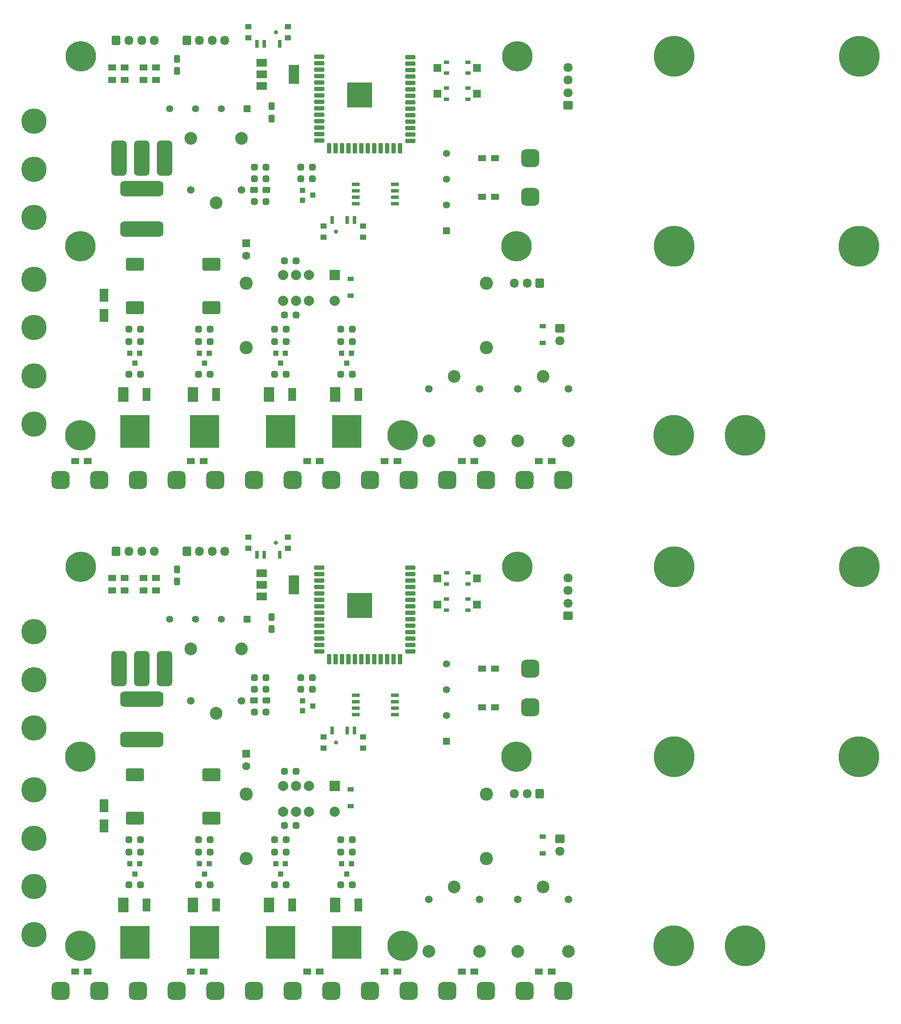
<source format=gbr>
%TF.GenerationSoftware,KiCad,Pcbnew,8.0.4*%
%TF.CreationDate,2024-11-04T15:16:17+09:00*%
%TF.ProjectId,L-CON V3.0,4c2d434f-4e20-4563-932e-302e6b696361,rev?*%
%TF.SameCoordinates,Original*%
%TF.FileFunction,Soldermask,Top*%
%TF.FilePolarity,Negative*%
%FSLAX46Y46*%
G04 Gerber Fmt 4.6, Leading zero omitted, Abs format (unit mm)*
G04 Created by KiCad (PCBNEW 8.0.4) date 2024-11-04 15:16:17*
%MOMM*%
%LPD*%
G01*
G04 APERTURE LIST*
G04 Aperture macros list*
%AMRoundRect*
0 Rectangle with rounded corners*
0 $1 Rounding radius*
0 $2 $3 $4 $5 $6 $7 $8 $9 X,Y pos of 4 corners*
0 Add a 4 corners polygon primitive as box body*
4,1,4,$2,$3,$4,$5,$6,$7,$8,$9,$2,$3,0*
0 Add four circle primitives for the rounded corners*
1,1,$1+$1,$2,$3*
1,1,$1+$1,$4,$5*
1,1,$1+$1,$6,$7*
1,1,$1+$1,$8,$9*
0 Add four rect primitives between the rounded corners*
20,1,$1+$1,$2,$3,$4,$5,0*
20,1,$1+$1,$4,$5,$6,$7,0*
20,1,$1+$1,$6,$7,$8,$9,0*
20,1,$1+$1,$8,$9,$2,$3,0*%
G04 Aperture macros list end*
%ADD10R,1.500000X1.250000*%
%ADD11RoundRect,0.875000X-0.875000X-0.875000X0.875000X-0.875000X0.875000X0.875000X-0.875000X0.875000X0*%
%ADD12O,1.700000X1.850000*%
%ADD13RoundRect,0.249900X-0.600100X-0.675100X0.600100X-0.675100X0.600100X0.675100X-0.600100X0.675100X0*%
%ADD14C,8.000000*%
%ADD15C,6.000000*%
%ADD16RoundRect,0.325000X-0.325000X-0.325000X0.325000X-0.325000X0.325000X0.325000X-0.325000X0.325000X0*%
%ADD17R,1.000000X1.100000*%
%ADD18C,2.500000*%
%ADD19C,1.500000*%
%ADD20C,1.400000*%
%ADD21R,1.400000X1.400000*%
%ADD22RoundRect,0.325000X0.325000X0.325000X-0.325000X0.325000X-0.325000X-0.325000X0.325000X-0.325000X0*%
%ADD23C,5.000000*%
%ADD24RoundRect,0.750000X-0.750000X2.750000X-0.750000X-2.750000X0.750000X-2.750000X0.750000X2.750000X0*%
%ADD25RoundRect,0.750000X3.500000X0.750000X-3.500000X0.750000X-3.500000X-0.750000X3.500000X-0.750000X0*%
%ADD26RoundRect,0.300000X-1.450000X-0.950000X1.450000X-0.950000X1.450000X0.950000X-1.450000X0.950000X0*%
%ADD27RoundRect,0.190000X0.610000X0.190000X-0.610000X0.190000X-0.610000X-0.190000X0.610000X-0.190000X0*%
%ADD28R,1.800000X2.500000*%
%ADD29R,5.000000X5.000000*%
%ADD30RoundRect,0.225000X-0.775000X-0.225000X0.775000X-0.225000X0.775000X0.225000X-0.775000X0.225000X0*%
%ADD31RoundRect,0.225000X0.225000X-0.775000X0.225000X0.775000X-0.225000X0.775000X-0.225000X-0.775000X0*%
%ADD32RoundRect,0.312500X-0.312500X0.437500X-0.312500X-0.437500X0.312500X-0.437500X0.312500X0.437500X0*%
%ADD33R,2.000000X3.000000*%
%ADD34R,1.500000X2.500000*%
%ADD35R,5.800000X6.400000*%
%ADD36RoundRect,0.312500X0.312500X-0.437500X0.312500X0.437500X-0.312500X0.437500X-0.312500X-0.437500X0*%
%ADD37C,2.600000*%
%ADD38R,2.000000X3.800000*%
%ADD39R,2.000000X1.500000*%
%ADD40R,1.200000X1.000000*%
%ADD41R,0.800000X1.600000*%
%ADD42C,0.800000*%
%ADD43RoundRect,0.875000X0.875000X-0.875000X0.875000X0.875000X-0.875000X0.875000X-0.875000X-0.875000X0*%
%ADD44O,1.850000X1.700000*%
%ADD45RoundRect,0.249900X0.675100X-0.600100X0.675100X0.600100X-0.675100X0.600100X-0.675100X-0.600100X0*%
%ADD46R,1.100000X0.700000*%
%ADD47RoundRect,0.312500X-0.437500X-0.312500X0.437500X-0.312500X0.437500X0.312500X-0.437500X0.312500X0*%
%ADD48C,1.600000*%
%ADD49R,1.600000X1.600000*%
%ADD50R,1.200000X0.900000*%
%ADD51RoundRect,0.250000X0.600000X0.675000X-0.600000X0.675000X-0.600000X-0.675000X0.600000X-0.675000X0*%
%ADD52C,2.000000*%
%ADD53R,2.000000X2.000000*%
%ADD54R,1.500000X1.500000*%
%ADD55RoundRect,0.249900X-0.675100X0.600100X-0.675100X-0.600100X0.675100X-0.600100X0.675100X0.600100X0*%
%ADD56R,1.100000X1.000000*%
G04 APERTURE END LIST*
D10*
%TO.C,D22*%
X137925000Y-229350000D03*
X140425000Y-229350000D03*
%TD*%
D11*
%TO.C,J2*%
X157955000Y-233110000D03*
X150335000Y-233110000D03*
X142715000Y-233110000D03*
X135095000Y-233110000D03*
X127475000Y-233110000D03*
X119855000Y-233110000D03*
X112235000Y-233110000D03*
X104615000Y-233110000D03*
X96995000Y-233110000D03*
X89375000Y-233110000D03*
X81755000Y-233110000D03*
X74135000Y-233110000D03*
X66515000Y-233110000D03*
X58895000Y-233110000D03*
%TD*%
D12*
%TO.C,J4*%
X77325000Y-146500000D03*
X74825000Y-146500000D03*
X72325000Y-146500000D03*
D13*
X69825000Y-146500000D03*
%TD*%
D10*
%TO.C,D6*%
X77670000Y-151775000D03*
X75170000Y-151775000D03*
%TD*%
D14*
%TO.C,He1*%
X179710000Y-224250000D03*
%TD*%
D15*
%TO.C,H7*%
X126295000Y-224250000D03*
%TD*%
D16*
%TO.C,R24*%
X105255000Y-189910000D03*
X102955000Y-189910000D03*
%TD*%
D17*
%TO.C,Q8*%
X102202500Y-210080000D03*
X101252500Y-208080000D03*
X103152500Y-208080000D03*
%TD*%
D18*
%TO.C,K5*%
X94525000Y-165755000D03*
X89525000Y-178455000D03*
D19*
X84525000Y-175955000D03*
X94525000Y-175955000D03*
D18*
X84525000Y-165755000D03*
%TD*%
D20*
%TO.C,K4*%
X134907500Y-168717500D03*
X134907500Y-173797500D03*
X134907500Y-178877500D03*
D21*
X134907500Y-183957500D03*
%TD*%
D22*
%TO.C,R8*%
X72325000Y-203330000D03*
X74625000Y-203330000D03*
%TD*%
D16*
%TO.C,R14*%
X88352500Y-212250000D03*
X86052500Y-212250000D03*
%TD*%
D23*
%TO.C,J15*%
X53655000Y-181360000D03*
X53655000Y-171860000D03*
X53655000Y-162360000D03*
%TD*%
D24*
%TO.C,K6*%
X74875000Y-169675000D03*
D25*
X74875000Y-175645000D03*
D24*
X70375000Y-169675000D03*
X79375000Y-169675000D03*
D25*
X74875000Y-183645000D03*
%TD*%
D26*
%TO.C,MO3*%
X88615000Y-199145000D03*
X88615000Y-190555000D03*
X73485000Y-199145000D03*
X73515000Y-190575000D03*
%TD*%
D15*
%TO.C,H3*%
X62845000Y-149600000D03*
%TD*%
D27*
%TO.C,SW7*%
X117029000Y-178673000D03*
X117029000Y-177403000D03*
X117029000Y-176133000D03*
X117029000Y-174863000D03*
X124729000Y-174863000D03*
X124729000Y-176133000D03*
X124729000Y-177403000D03*
X124729000Y-178673000D03*
%TD*%
D28*
%TO.C,D5*%
X67415000Y-196670000D03*
X67415000Y-200670000D03*
%TD*%
D10*
%TO.C,D2*%
X61725000Y-229350000D03*
X64225000Y-229350000D03*
%TD*%
D29*
%TO.C,U2*%
X117795000Y-157235000D03*
D30*
X127785000Y-149730000D03*
X127785000Y-151000000D03*
X127785000Y-152270000D03*
X127785000Y-153540000D03*
X127785000Y-154810000D03*
X127785000Y-156080000D03*
X127785000Y-157350000D03*
X127785000Y-158620000D03*
X127785000Y-159890000D03*
X127785000Y-161160000D03*
X127785000Y-162430000D03*
X127785000Y-163700000D03*
X127785000Y-164970000D03*
X127785000Y-166240000D03*
D31*
X125775000Y-167750000D03*
X124505000Y-167750000D03*
X123240000Y-167750000D03*
X121965000Y-167750000D03*
X120695000Y-167750000D03*
X119425000Y-167750000D03*
X118155000Y-167750000D03*
X116895000Y-167750000D03*
X115625000Y-167750000D03*
X114355000Y-167750000D03*
X113080000Y-167750000D03*
X111805000Y-167750000D03*
D30*
X109795000Y-166230000D03*
X109795000Y-164960000D03*
X109795000Y-163690000D03*
X109795000Y-162420000D03*
X109795000Y-161150000D03*
X109795000Y-159880000D03*
X109795000Y-158610000D03*
X109795000Y-157340000D03*
X109795000Y-156070000D03*
X109795000Y-154800000D03*
X109795000Y-153530000D03*
X109795000Y-152260000D03*
X109795000Y-150990000D03*
X109795000Y-149720000D03*
%TD*%
D16*
%TO.C,R21*%
X116370000Y-212250000D03*
X114070000Y-212250000D03*
%TD*%
D10*
%TO.C,D10*%
X107425000Y-229350000D03*
X109925000Y-229350000D03*
%TD*%
D22*
%TO.C,R16*%
X101052500Y-203330000D03*
X103352500Y-203330000D03*
%TD*%
D32*
%TO.C,C3*%
X81825000Y-152500000D03*
X81825000Y-150100000D03*
%TD*%
D22*
%TO.C,R7*%
X72325000Y-205830000D03*
X74625000Y-205830000D03*
%TD*%
D17*
%TO.C,Q3*%
X73475000Y-210080000D03*
X72525000Y-208080000D03*
X74425000Y-208080000D03*
%TD*%
D10*
%TO.C,D1*%
X77670000Y-154275000D03*
X75170000Y-154275000D03*
%TD*%
D33*
%TO.C,Q1*%
X71200000Y-216243000D03*
D34*
X75766000Y-216243000D03*
D35*
X73480000Y-223550000D03*
%TD*%
D15*
%TO.C,H2*%
X62725000Y-186980000D03*
%TD*%
D14*
%TO.C,H8*%
X193710000Y-224250000D03*
%TD*%
D36*
%TO.C,C12*%
X100435000Y-159450000D03*
X100435000Y-161850000D03*
%TD*%
D17*
%TO.C,Q5*%
X87202500Y-210080000D03*
X86252500Y-208080000D03*
X88152500Y-208080000D03*
%TD*%
D33*
%TO.C,Q6*%
X84927500Y-216243000D03*
D34*
X89493500Y-216243000D03*
D35*
X87207500Y-223550000D03*
%TD*%
D10*
%TO.C,D20*%
X71500000Y-154275000D03*
X69000000Y-154275000D03*
%TD*%
D37*
%TO.C,MO2*%
X142805000Y-207040000D03*
X142805000Y-194340000D03*
X95405000Y-207040000D03*
X95405000Y-194340000D03*
%TD*%
D22*
%TO.C,R9*%
X86052500Y-203330000D03*
X88352500Y-203330000D03*
%TD*%
D38*
%TO.C,U1*%
X104825000Y-153150000D03*
D39*
X98525000Y-155450000D03*
X98525000Y-153150000D03*
X98525000Y-150850000D03*
%TD*%
D15*
%TO.C,H6*%
X148725000Y-186980000D03*
%TD*%
D22*
%TO.C,R33*%
X106155000Y-173690000D03*
X108455000Y-173690000D03*
%TD*%
D40*
%TO.C,SW1*%
X95885000Y-145970000D03*
X103685000Y-145970000D03*
X95885000Y-143770000D03*
X103685000Y-143770000D03*
D41*
X97585000Y-147170000D03*
X99035000Y-147170000D03*
X102035000Y-147170000D03*
D42*
X101285000Y-144870000D03*
%TD*%
D10*
%TO.C,D17*%
X153125000Y-229350000D03*
X155625000Y-229350000D03*
%TD*%
D43*
%TO.C,J3*%
X151425000Y-169630000D03*
X151425000Y-177250000D03*
%TD*%
D44*
%TO.C,J1*%
X158865000Y-151770000D03*
X158865000Y-154270000D03*
X158865000Y-156770000D03*
D45*
X158865000Y-159270000D03*
%TD*%
D16*
%TO.C,R5*%
X74625000Y-212250000D03*
X72325000Y-212250000D03*
%TD*%
D33*
%TO.C,Q12*%
X112945000Y-216243000D03*
D34*
X117511000Y-216243000D03*
D35*
X115225000Y-223550000D03*
%TD*%
D46*
%TO.C,SW5*%
X139125000Y-155890000D03*
X134925000Y-155890000D03*
X139125000Y-158090000D03*
X134925000Y-158090000D03*
%TD*%
D16*
%TO.C,R26*%
X105275000Y-200540000D03*
X102975000Y-200540000D03*
%TD*%
D22*
%TO.C,R27*%
X97055000Y-171440000D03*
X99355000Y-171440000D03*
%TD*%
D18*
%TO.C,K2*%
X131395000Y-225345000D03*
X136395000Y-212645000D03*
D19*
X141395000Y-215145000D03*
X131395000Y-215145000D03*
D18*
X141395000Y-225345000D03*
%TD*%
D10*
%TO.C,D23*%
X144455000Y-177250000D03*
X141955000Y-177250000D03*
%TD*%
D22*
%TO.C,R18*%
X101052500Y-205830000D03*
X103352500Y-205830000D03*
%TD*%
%TO.C,R13*%
X86052500Y-205830000D03*
X88352500Y-205830000D03*
%TD*%
D14*
%TO.C,H1*%
X216260000Y-149600000D03*
%TD*%
D10*
%TO.C,D11*%
X122725000Y-229350000D03*
X125225000Y-229350000D03*
%TD*%
D16*
%TO.C,R30*%
X99355000Y-173690000D03*
X97055000Y-173690000D03*
%TD*%
%TO.C,R20*%
X103352500Y-212250000D03*
X101052500Y-212250000D03*
%TD*%
D47*
%TO.C,C11*%
X99405000Y-175940000D03*
X97005000Y-175940000D03*
%TD*%
D22*
%TO.C,R19*%
X114070000Y-205830000D03*
X116370000Y-205830000D03*
%TD*%
D46*
%TO.C,SW2*%
X139125000Y-150740000D03*
X134925000Y-150740000D03*
X139125000Y-152940000D03*
X134925000Y-152940000D03*
%TD*%
D15*
%TO.C,H4*%
X62755000Y-224250000D03*
%TD*%
D48*
%TO.C,C4*%
X95405000Y-188907349D03*
D49*
X95405000Y-186407349D03*
%TD*%
D23*
%TO.C,J7*%
X53655000Y-222060000D03*
X53655000Y-212560000D03*
X53655000Y-203060000D03*
X53655000Y-193560000D03*
%TD*%
D14*
%TO.C,H12*%
X179800000Y-149600000D03*
%TD*%
D50*
%TO.C,D27*%
X115975000Y-196777500D03*
X115975000Y-193477500D03*
%TD*%
D14*
%TO.C,H9*%
X216140000Y-186980000D03*
%TD*%
D20*
%TO.C,K1*%
X80367500Y-159917500D03*
X85447500Y-159917500D03*
X90527500Y-159917500D03*
D21*
X95607500Y-159917500D03*
%TD*%
D17*
%TO.C,Q9*%
X115220000Y-210080000D03*
X114270000Y-208080000D03*
X116170000Y-208080000D03*
%TD*%
D10*
%TO.C,D8*%
X84525000Y-229350000D03*
X87025000Y-229350000D03*
%TD*%
%TO.C,D15*%
X144455000Y-169630000D03*
X141955000Y-169630000D03*
%TD*%
D16*
%TO.C,R32*%
X108455000Y-171440000D03*
X106155000Y-171440000D03*
%TD*%
D50*
%TO.C,D4*%
X153865000Y-202770000D03*
X153865000Y-206070000D03*
%TD*%
D15*
%TO.C,H5*%
X148845000Y-149600000D03*
%TD*%
D12*
%TO.C,J11*%
X91225000Y-146500000D03*
X88725000Y-146500000D03*
X86225000Y-146500000D03*
D13*
X83725000Y-146500000D03*
%TD*%
D33*
%TO.C,Q10*%
X99927500Y-216243000D03*
D34*
X104493500Y-216243000D03*
D35*
X102207500Y-223550000D03*
%TD*%
D22*
%TO.C,R17*%
X114070000Y-203330000D03*
X116370000Y-203330000D03*
%TD*%
D12*
%TO.C,J5*%
X148295000Y-194310000D03*
X150795000Y-194310000D03*
D51*
X153295000Y-194310000D03*
%TD*%
D52*
%TO.C,K7*%
X112895000Y-197800000D03*
X107815000Y-197800000D03*
X105275000Y-197800000D03*
X102735000Y-197800000D03*
X102735000Y-192720000D03*
X105275000Y-192720000D03*
X107815000Y-192720000D03*
D53*
X112895000Y-192720000D03*
%TD*%
D22*
%TO.C,R31*%
X97055000Y-178190000D03*
X99355000Y-178190000D03*
%TD*%
D54*
%TO.C,SW4*%
X140925000Y-156990000D03*
X133125000Y-156990000D03*
%TD*%
%TO.C,SW3*%
X140925000Y-151840000D03*
X133125000Y-151840000D03*
%TD*%
D10*
%TO.C,D21*%
X71500000Y-151775000D03*
X69000000Y-151775000D03*
%TD*%
D18*
%TO.C,K3*%
X148975000Y-225345000D03*
X153975000Y-212645000D03*
D19*
X158975000Y-215145000D03*
X148975000Y-215145000D03*
D18*
X158975000Y-225345000D03*
%TD*%
D44*
%TO.C,J9*%
X157215000Y-205670000D03*
D55*
X157215000Y-203170000D03*
%TD*%
D14*
%TO.C,H10*%
X179800000Y-186980000D03*
%TD*%
D40*
%TO.C,SW6*%
X118500000Y-183075000D03*
X110700000Y-183075000D03*
X118500000Y-185275000D03*
X110700000Y-185275000D03*
D41*
X116800000Y-181875000D03*
X115350000Y-181875000D03*
X112350000Y-181875000D03*
D42*
X113100000Y-184175000D03*
%TD*%
D56*
%TO.C,Q16*%
X108525000Y-176975000D03*
X106525000Y-177925000D03*
X106525000Y-176025000D03*
%TD*%
D10*
%TO.C,D22*%
X137925000Y-128750000D03*
X140425000Y-128750000D03*
%TD*%
D12*
%TO.C,J4*%
X77325000Y-45900000D03*
X74825000Y-45900000D03*
X72325000Y-45900000D03*
D13*
X69825000Y-45900000D03*
%TD*%
D11*
%TO.C,J2*%
X157955000Y-132510000D03*
X150335000Y-132510000D03*
X142715000Y-132510000D03*
X135095000Y-132510000D03*
X127475000Y-132510000D03*
X119855000Y-132510000D03*
X112235000Y-132510000D03*
X104615000Y-132510000D03*
X96995000Y-132510000D03*
X89375000Y-132510000D03*
X81755000Y-132510000D03*
X74135000Y-132510000D03*
X66515000Y-132510000D03*
X58895000Y-132510000D03*
%TD*%
D14*
%TO.C,H10*%
X179800000Y-86380000D03*
%TD*%
D40*
%TO.C,SW6*%
X118500000Y-82475000D03*
X110700000Y-82475000D03*
X118500000Y-84675000D03*
X110700000Y-84675000D03*
D41*
X116800000Y-81275000D03*
X115350000Y-81275000D03*
X112350000Y-81275000D03*
D42*
X113100000Y-83575000D03*
%TD*%
D56*
%TO.C,Q16*%
X108525000Y-76375000D03*
X106525000Y-77325000D03*
X106525000Y-75425000D03*
%TD*%
D22*
%TO.C,R31*%
X97055000Y-77590000D03*
X99355000Y-77590000D03*
%TD*%
D10*
%TO.C,D21*%
X71500000Y-51175000D03*
X69000000Y-51175000D03*
%TD*%
D18*
%TO.C,K3*%
X148975000Y-124745000D03*
X153975000Y-112045000D03*
D19*
X158975000Y-114545000D03*
X148975000Y-114545000D03*
D18*
X158975000Y-124745000D03*
%TD*%
D54*
%TO.C,SW3*%
X140925000Y-51240000D03*
X133125000Y-51240000D03*
%TD*%
%TO.C,SW4*%
X140925000Y-56390000D03*
X133125000Y-56390000D03*
%TD*%
D15*
%TO.C,H4*%
X62755000Y-123650000D03*
%TD*%
D23*
%TO.C,J7*%
X53655000Y-121460000D03*
X53655000Y-111960000D03*
X53655000Y-102460000D03*
X53655000Y-92960000D03*
%TD*%
D48*
%TO.C,C4*%
X95405000Y-88307349D03*
D49*
X95405000Y-85807349D03*
%TD*%
D46*
%TO.C,SW2*%
X139125000Y-50140000D03*
X134925000Y-50140000D03*
X139125000Y-52340000D03*
X134925000Y-52340000D03*
%TD*%
D14*
%TO.C,H12*%
X179800000Y-49000000D03*
%TD*%
%TO.C,H1*%
X216260000Y-49000000D03*
%TD*%
D22*
%TO.C,R13*%
X86052500Y-105230000D03*
X88352500Y-105230000D03*
%TD*%
%TO.C,R18*%
X101052500Y-105230000D03*
X103352500Y-105230000D03*
%TD*%
D10*
%TO.C,D11*%
X122725000Y-128750000D03*
X125225000Y-128750000D03*
%TD*%
D16*
%TO.C,R30*%
X99355000Y-73090000D03*
X97055000Y-73090000D03*
%TD*%
D47*
%TO.C,C11*%
X99405000Y-75340000D03*
X97005000Y-75340000D03*
%TD*%
D16*
%TO.C,R20*%
X103352500Y-111650000D03*
X101052500Y-111650000D03*
%TD*%
D22*
%TO.C,R19*%
X114070000Y-105230000D03*
X116370000Y-105230000D03*
%TD*%
D52*
%TO.C,K7*%
X112895000Y-97200000D03*
X107815000Y-97200000D03*
X105275000Y-97200000D03*
X102735000Y-97200000D03*
X102735000Y-92120000D03*
X105275000Y-92120000D03*
X107815000Y-92120000D03*
D53*
X112895000Y-92120000D03*
%TD*%
D22*
%TO.C,R17*%
X114070000Y-102730000D03*
X116370000Y-102730000D03*
%TD*%
D12*
%TO.C,J5*%
X148295000Y-93710000D03*
X150795000Y-93710000D03*
D51*
X153295000Y-93710000D03*
%TD*%
D33*
%TO.C,Q6*%
X84927500Y-115643000D03*
D34*
X89493500Y-115643000D03*
D35*
X87207500Y-122950000D03*
%TD*%
D17*
%TO.C,Q5*%
X87202500Y-109480000D03*
X86252500Y-107480000D03*
X88152500Y-107480000D03*
%TD*%
D22*
%TO.C,R33*%
X106155000Y-73090000D03*
X108455000Y-73090000D03*
%TD*%
D15*
%TO.C,H6*%
X148725000Y-86380000D03*
%TD*%
D40*
%TO.C,SW1*%
X95885000Y-45370000D03*
X103685000Y-45370000D03*
X95885000Y-43170000D03*
X103685000Y-43170000D03*
D41*
X97585000Y-46570000D03*
X99035000Y-46570000D03*
X102035000Y-46570000D03*
D42*
X101285000Y-44270000D03*
%TD*%
D22*
%TO.C,R9*%
X86052500Y-102730000D03*
X88352500Y-102730000D03*
%TD*%
D38*
%TO.C,U1*%
X104825000Y-52550000D03*
D39*
X98525000Y-54850000D03*
X98525000Y-52550000D03*
X98525000Y-50250000D03*
%TD*%
D37*
%TO.C,MO2*%
X142805000Y-106440000D03*
X142805000Y-93740000D03*
X95405000Y-106440000D03*
X95405000Y-93740000D03*
%TD*%
D10*
%TO.C,D20*%
X71500000Y-53675000D03*
X69000000Y-53675000D03*
%TD*%
D22*
%TO.C,R27*%
X97055000Y-70840000D03*
X99355000Y-70840000D03*
%TD*%
D46*
%TO.C,SW5*%
X139125000Y-55290000D03*
X134925000Y-55290000D03*
X139125000Y-57490000D03*
X134925000Y-57490000D03*
%TD*%
D16*
%TO.C,R5*%
X74625000Y-111650000D03*
X72325000Y-111650000D03*
%TD*%
D18*
%TO.C,K2*%
X131395000Y-124745000D03*
X136395000Y-112045000D03*
D19*
X141395000Y-114545000D03*
X131395000Y-114545000D03*
D18*
X141395000Y-124745000D03*
%TD*%
D33*
%TO.C,Q12*%
X112945000Y-115643000D03*
D34*
X117511000Y-115643000D03*
D35*
X115225000Y-122950000D03*
%TD*%
D44*
%TO.C,J1*%
X158865000Y-51170000D03*
X158865000Y-53670000D03*
X158865000Y-56170000D03*
D45*
X158865000Y-58670000D03*
%TD*%
D10*
%TO.C,D23*%
X144455000Y-76650000D03*
X141955000Y-76650000D03*
%TD*%
D16*
%TO.C,R26*%
X105275000Y-99940000D03*
X102975000Y-99940000D03*
%TD*%
D10*
%TO.C,D1*%
X77670000Y-53675000D03*
X75170000Y-53675000D03*
%TD*%
D22*
%TO.C,R7*%
X72325000Y-105230000D03*
X74625000Y-105230000D03*
%TD*%
D10*
%TO.C,D10*%
X107425000Y-128750000D03*
X109925000Y-128750000D03*
%TD*%
D36*
%TO.C,C12*%
X100435000Y-58850000D03*
X100435000Y-61250000D03*
%TD*%
D17*
%TO.C,Q3*%
X73475000Y-109480000D03*
X72525000Y-107480000D03*
X74425000Y-107480000D03*
%TD*%
D32*
%TO.C,C3*%
X81825000Y-51900000D03*
X81825000Y-49500000D03*
%TD*%
D14*
%TO.C,H8*%
X193710000Y-123650000D03*
%TD*%
D22*
%TO.C,R16*%
X101052500Y-102730000D03*
X103352500Y-102730000D03*
%TD*%
D33*
%TO.C,Q1*%
X71200000Y-115643000D03*
D34*
X75766000Y-115643000D03*
D35*
X73480000Y-122950000D03*
%TD*%
D16*
%TO.C,R21*%
X116370000Y-111650000D03*
X114070000Y-111650000D03*
%TD*%
D15*
%TO.C,H2*%
X62725000Y-86380000D03*
%TD*%
D10*
%TO.C,D8*%
X84525000Y-128750000D03*
X87025000Y-128750000D03*
%TD*%
D33*
%TO.C,Q10*%
X99927500Y-115643000D03*
D34*
X104493500Y-115643000D03*
D35*
X102207500Y-122950000D03*
%TD*%
D12*
%TO.C,J11*%
X91225000Y-45900000D03*
X88725000Y-45900000D03*
X86225000Y-45900000D03*
D13*
X83725000Y-45900000D03*
%TD*%
D17*
%TO.C,Q9*%
X115220000Y-109480000D03*
X114270000Y-107480000D03*
X116170000Y-107480000D03*
%TD*%
D16*
%TO.C,R32*%
X108455000Y-70840000D03*
X106155000Y-70840000D03*
%TD*%
D15*
%TO.C,H5*%
X148845000Y-49000000D03*
%TD*%
D50*
%TO.C,D4*%
X153865000Y-102170000D03*
X153865000Y-105470000D03*
%TD*%
D10*
%TO.C,D15*%
X144455000Y-69030000D03*
X141955000Y-69030000D03*
%TD*%
D20*
%TO.C,K1*%
X80367500Y-59317500D03*
X85447500Y-59317500D03*
X90527500Y-59317500D03*
D21*
X95607500Y-59317500D03*
%TD*%
D14*
%TO.C,H9*%
X216140000Y-86380000D03*
%TD*%
D50*
%TO.C,D27*%
X115975000Y-96177500D03*
X115975000Y-92877500D03*
%TD*%
D27*
%TO.C,SW7*%
X117029000Y-78073000D03*
X117029000Y-76803000D03*
X117029000Y-75533000D03*
X117029000Y-74263000D03*
X124729000Y-74263000D03*
X124729000Y-75533000D03*
X124729000Y-76803000D03*
X124729000Y-78073000D03*
%TD*%
D26*
%TO.C,MO3*%
X88615000Y-98545000D03*
X88615000Y-89955000D03*
X73485000Y-98545000D03*
X73515000Y-89975000D03*
%TD*%
D15*
%TO.C,H3*%
X62845000Y-49000000D03*
%TD*%
D28*
%TO.C,D5*%
X67415000Y-96070000D03*
X67415000Y-100070000D03*
%TD*%
D29*
%TO.C,U2*%
X117795000Y-56635000D03*
D30*
X127785000Y-49130000D03*
X127785000Y-50400000D03*
X127785000Y-51670000D03*
X127785000Y-52940000D03*
X127785000Y-54210000D03*
X127785000Y-55480000D03*
X127785000Y-56750000D03*
X127785000Y-58020000D03*
X127785000Y-59290000D03*
X127785000Y-60560000D03*
X127785000Y-61830000D03*
X127785000Y-63100000D03*
X127785000Y-64370000D03*
X127785000Y-65640000D03*
D31*
X125775000Y-67150000D03*
X124505000Y-67150000D03*
X123240000Y-67150000D03*
X121965000Y-67150000D03*
X120695000Y-67150000D03*
X119425000Y-67150000D03*
X118155000Y-67150000D03*
X116895000Y-67150000D03*
X115625000Y-67150000D03*
X114355000Y-67150000D03*
X113080000Y-67150000D03*
X111805000Y-67150000D03*
D30*
X109795000Y-65630000D03*
X109795000Y-64360000D03*
X109795000Y-63090000D03*
X109795000Y-61820000D03*
X109795000Y-60550000D03*
X109795000Y-59280000D03*
X109795000Y-58010000D03*
X109795000Y-56740000D03*
X109795000Y-55470000D03*
X109795000Y-54200000D03*
X109795000Y-52930000D03*
X109795000Y-51660000D03*
X109795000Y-50390000D03*
X109795000Y-49120000D03*
%TD*%
D24*
%TO.C,K6*%
X74875000Y-69075000D03*
D25*
X74875000Y-75045000D03*
D24*
X70375000Y-69075000D03*
X79375000Y-69075000D03*
D25*
X74875000Y-83045000D03*
%TD*%
D23*
%TO.C,J15*%
X53655000Y-80760000D03*
X53655000Y-71260000D03*
X53655000Y-61760000D03*
%TD*%
D10*
%TO.C,D2*%
X61725000Y-128750000D03*
X64225000Y-128750000D03*
%TD*%
D16*
%TO.C,R24*%
X105255000Y-89310000D03*
X102955000Y-89310000D03*
%TD*%
%TO.C,R14*%
X88352500Y-111650000D03*
X86052500Y-111650000D03*
%TD*%
D17*
%TO.C,Q8*%
X102202500Y-109480000D03*
X101252500Y-107480000D03*
X103152500Y-107480000D03*
%TD*%
D15*
%TO.C,H7*%
X126295000Y-123650000D03*
%TD*%
D14*
%TO.C,He1*%
X179710000Y-123650000D03*
%TD*%
D22*
%TO.C,R8*%
X72325000Y-102730000D03*
X74625000Y-102730000D03*
%TD*%
D20*
%TO.C,K4*%
X134907500Y-68117500D03*
X134907500Y-73197500D03*
X134907500Y-78277500D03*
D21*
X134907500Y-83357500D03*
%TD*%
D18*
%TO.C,K5*%
X94525000Y-65155000D03*
X89525000Y-77855000D03*
D19*
X84525000Y-75355000D03*
X94525000Y-75355000D03*
D18*
X84525000Y-65155000D03*
%TD*%
D10*
%TO.C,D6*%
X77670000Y-51175000D03*
X75170000Y-51175000D03*
%TD*%
D43*
%TO.C,J3*%
X151425000Y-69030000D03*
X151425000Y-76650000D03*
%TD*%
D10*
%TO.C,D17*%
X153125000Y-128750000D03*
X155625000Y-128750000D03*
%TD*%
D44*
%TO.C,J9*%
X157215000Y-105070000D03*
D55*
X157215000Y-102570000D03*
%TD*%
M02*

</source>
